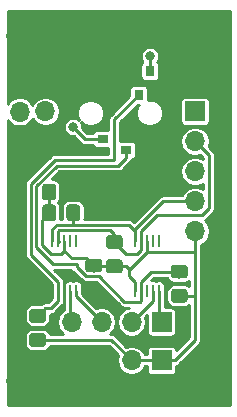
<source format=gbr>
G04 #@! TF.GenerationSoftware,KiCad,Pcbnew,(5.0.2)-1*
G04 #@! TF.CreationDate,2020-09-16T07:35:28+02:00*
G04 #@! TF.ProjectId,TinkerShieldPaddle,54696e6b-6572-4536-9869-656c64506164,rev?*
G04 #@! TF.SameCoordinates,Original*
G04 #@! TF.FileFunction,Copper,L1,Top*
G04 #@! TF.FilePolarity,Positive*
%FSLAX46Y46*%
G04 Gerber Fmt 4.6, Leading zero omitted, Abs format (unit mm)*
G04 Created by KiCad (PCBNEW (5.0.2)-1) date 16.09.2020 07:35:28*
%MOMM*%
%LPD*%
G01*
G04 APERTURE LIST*
G04 #@! TA.AperFunction,Conductor*
%ADD10C,0.100000*%
G04 #@! TD*
G04 #@! TA.AperFunction,SMDPad,CuDef*
%ADD11C,1.150000*%
G04 #@! TD*
G04 #@! TA.AperFunction,ComponentPad*
%ADD12R,1.700000X1.700000*%
G04 #@! TD*
G04 #@! TA.AperFunction,ComponentPad*
%ADD13O,1.700000X1.700000*%
G04 #@! TD*
G04 #@! TA.AperFunction,SMDPad,CuDef*
%ADD14R,0.250000X1.100000*%
G04 #@! TD*
G04 #@! TA.AperFunction,SMDPad,CuDef*
%ADD15R,0.800000X0.900000*%
G04 #@! TD*
G04 #@! TA.AperFunction,SMDPad,CuDef*
%ADD16R,0.900000X0.800000*%
G04 #@! TD*
G04 #@! TA.AperFunction,ComponentPad*
%ADD17C,4.400000*%
G04 #@! TD*
G04 #@! TA.AperFunction,ViaPad*
%ADD18C,0.800000*%
G04 #@! TD*
G04 #@! TA.AperFunction,Conductor*
%ADD19C,0.250000*%
G04 #@! TD*
G04 #@! TA.AperFunction,Conductor*
%ADD20C,0.254000*%
G04 #@! TD*
G04 APERTURE END LIST*
D10*
G04 #@! TO.N,Net-(Q1-Pad1)*
G04 #@! TO.C,R1*
G36*
X153724505Y-143651204D02*
X153748773Y-143654804D01*
X153772572Y-143660765D01*
X153795671Y-143669030D01*
X153817850Y-143679520D01*
X153838893Y-143692132D01*
X153858599Y-143706747D01*
X153876777Y-143723223D01*
X153893253Y-143741401D01*
X153907868Y-143761107D01*
X153920480Y-143782150D01*
X153930970Y-143804329D01*
X153939235Y-143827428D01*
X153945196Y-143851227D01*
X153948796Y-143875495D01*
X153950000Y-143899999D01*
X153950000Y-144550001D01*
X153948796Y-144574505D01*
X153945196Y-144598773D01*
X153939235Y-144622572D01*
X153930970Y-144645671D01*
X153920480Y-144667850D01*
X153907868Y-144688893D01*
X153893253Y-144708599D01*
X153876777Y-144726777D01*
X153858599Y-144743253D01*
X153838893Y-144757868D01*
X153817850Y-144770480D01*
X153795671Y-144780970D01*
X153772572Y-144789235D01*
X153748773Y-144795196D01*
X153724505Y-144798796D01*
X153700001Y-144800000D01*
X152799999Y-144800000D01*
X152775495Y-144798796D01*
X152751227Y-144795196D01*
X152727428Y-144789235D01*
X152704329Y-144780970D01*
X152682150Y-144770480D01*
X152661107Y-144757868D01*
X152641401Y-144743253D01*
X152623223Y-144726777D01*
X152606747Y-144708599D01*
X152592132Y-144688893D01*
X152579520Y-144667850D01*
X152569030Y-144645671D01*
X152560765Y-144622572D01*
X152554804Y-144598773D01*
X152551204Y-144574505D01*
X152550000Y-144550001D01*
X152550000Y-143899999D01*
X152551204Y-143875495D01*
X152554804Y-143851227D01*
X152560765Y-143827428D01*
X152569030Y-143804329D01*
X152579520Y-143782150D01*
X152592132Y-143761107D01*
X152606747Y-143741401D01*
X152623223Y-143723223D01*
X152641401Y-143706747D01*
X152661107Y-143692132D01*
X152682150Y-143679520D01*
X152704329Y-143669030D01*
X152727428Y-143660765D01*
X152751227Y-143654804D01*
X152775495Y-143651204D01*
X152799999Y-143650000D01*
X153700001Y-143650000D01*
X153724505Y-143651204D01*
X153724505Y-143651204D01*
G37*
D11*
G04 #@! TD*
G04 #@! TO.P,R1,2*
G04 #@! TO.N,Net-(Q1-Pad1)*
X153250000Y-144225000D03*
D10*
G04 #@! TO.N,Net-(C1-Pad2)*
G04 #@! TO.C,R1*
G36*
X153724505Y-145701204D02*
X153748773Y-145704804D01*
X153772572Y-145710765D01*
X153795671Y-145719030D01*
X153817850Y-145729520D01*
X153838893Y-145742132D01*
X153858599Y-145756747D01*
X153876777Y-145773223D01*
X153893253Y-145791401D01*
X153907868Y-145811107D01*
X153920480Y-145832150D01*
X153930970Y-145854329D01*
X153939235Y-145877428D01*
X153945196Y-145901227D01*
X153948796Y-145925495D01*
X153950000Y-145949999D01*
X153950000Y-146600001D01*
X153948796Y-146624505D01*
X153945196Y-146648773D01*
X153939235Y-146672572D01*
X153930970Y-146695671D01*
X153920480Y-146717850D01*
X153907868Y-146738893D01*
X153893253Y-146758599D01*
X153876777Y-146776777D01*
X153858599Y-146793253D01*
X153838893Y-146807868D01*
X153817850Y-146820480D01*
X153795671Y-146830970D01*
X153772572Y-146839235D01*
X153748773Y-146845196D01*
X153724505Y-146848796D01*
X153700001Y-146850000D01*
X152799999Y-146850000D01*
X152775495Y-146848796D01*
X152751227Y-146845196D01*
X152727428Y-146839235D01*
X152704329Y-146830970D01*
X152682150Y-146820480D01*
X152661107Y-146807868D01*
X152641401Y-146793253D01*
X152623223Y-146776777D01*
X152606747Y-146758599D01*
X152592132Y-146738893D01*
X152579520Y-146717850D01*
X152569030Y-146695671D01*
X152560765Y-146672572D01*
X152554804Y-146648773D01*
X152551204Y-146624505D01*
X152550000Y-146600001D01*
X152550000Y-145949999D01*
X152551204Y-145925495D01*
X152554804Y-145901227D01*
X152560765Y-145877428D01*
X152569030Y-145854329D01*
X152579520Y-145832150D01*
X152592132Y-145811107D01*
X152606747Y-145791401D01*
X152623223Y-145773223D01*
X152641401Y-145756747D01*
X152661107Y-145742132D01*
X152682150Y-145729520D01*
X152704329Y-145719030D01*
X152727428Y-145710765D01*
X152751227Y-145704804D01*
X152775495Y-145701204D01*
X152799999Y-145700000D01*
X153700001Y-145700000D01*
X153724505Y-145701204D01*
X153724505Y-145701204D01*
G37*
D11*
G04 #@! TD*
G04 #@! TO.P,R1,1*
G04 #@! TO.N,Net-(C1-Pad2)*
X153250000Y-146275000D03*
D10*
G04 #@! TO.N,Net-(C1-Pad2)*
G04 #@! TO.C,R3*
G36*
X165724505Y-141951204D02*
X165748773Y-141954804D01*
X165772572Y-141960765D01*
X165795671Y-141969030D01*
X165817850Y-141979520D01*
X165838893Y-141992132D01*
X165858599Y-142006747D01*
X165876777Y-142023223D01*
X165893253Y-142041401D01*
X165907868Y-142061107D01*
X165920480Y-142082150D01*
X165930970Y-142104329D01*
X165939235Y-142127428D01*
X165945196Y-142151227D01*
X165948796Y-142175495D01*
X165950000Y-142199999D01*
X165950000Y-142850001D01*
X165948796Y-142874505D01*
X165945196Y-142898773D01*
X165939235Y-142922572D01*
X165930970Y-142945671D01*
X165920480Y-142967850D01*
X165907868Y-142988893D01*
X165893253Y-143008599D01*
X165876777Y-143026777D01*
X165858599Y-143043253D01*
X165838893Y-143057868D01*
X165817850Y-143070480D01*
X165795671Y-143080970D01*
X165772572Y-143089235D01*
X165748773Y-143095196D01*
X165724505Y-143098796D01*
X165700001Y-143100000D01*
X164799999Y-143100000D01*
X164775495Y-143098796D01*
X164751227Y-143095196D01*
X164727428Y-143089235D01*
X164704329Y-143080970D01*
X164682150Y-143070480D01*
X164661107Y-143057868D01*
X164641401Y-143043253D01*
X164623223Y-143026777D01*
X164606747Y-143008599D01*
X164592132Y-142988893D01*
X164579520Y-142967850D01*
X164569030Y-142945671D01*
X164560765Y-142922572D01*
X164554804Y-142898773D01*
X164551204Y-142874505D01*
X164550000Y-142850001D01*
X164550000Y-142199999D01*
X164551204Y-142175495D01*
X164554804Y-142151227D01*
X164560765Y-142127428D01*
X164569030Y-142104329D01*
X164579520Y-142082150D01*
X164592132Y-142061107D01*
X164606747Y-142041401D01*
X164623223Y-142023223D01*
X164641401Y-142006747D01*
X164661107Y-141992132D01*
X164682150Y-141979520D01*
X164704329Y-141969030D01*
X164727428Y-141960765D01*
X164751227Y-141954804D01*
X164775495Y-141951204D01*
X164799999Y-141950000D01*
X165700001Y-141950000D01*
X165724505Y-141951204D01*
X165724505Y-141951204D01*
G37*
D11*
G04 #@! TD*
G04 #@! TO.P,R3,1*
G04 #@! TO.N,Net-(C1-Pad2)*
X165250000Y-142525000D03*
D10*
G04 #@! TO.N,Net-(Q2-Pad1)*
G04 #@! TO.C,R3*
G36*
X165724505Y-139901204D02*
X165748773Y-139904804D01*
X165772572Y-139910765D01*
X165795671Y-139919030D01*
X165817850Y-139929520D01*
X165838893Y-139942132D01*
X165858599Y-139956747D01*
X165876777Y-139973223D01*
X165893253Y-139991401D01*
X165907868Y-140011107D01*
X165920480Y-140032150D01*
X165930970Y-140054329D01*
X165939235Y-140077428D01*
X165945196Y-140101227D01*
X165948796Y-140125495D01*
X165950000Y-140149999D01*
X165950000Y-140800001D01*
X165948796Y-140824505D01*
X165945196Y-140848773D01*
X165939235Y-140872572D01*
X165930970Y-140895671D01*
X165920480Y-140917850D01*
X165907868Y-140938893D01*
X165893253Y-140958599D01*
X165876777Y-140976777D01*
X165858599Y-140993253D01*
X165838893Y-141007868D01*
X165817850Y-141020480D01*
X165795671Y-141030970D01*
X165772572Y-141039235D01*
X165748773Y-141045196D01*
X165724505Y-141048796D01*
X165700001Y-141050000D01*
X164799999Y-141050000D01*
X164775495Y-141048796D01*
X164751227Y-141045196D01*
X164727428Y-141039235D01*
X164704329Y-141030970D01*
X164682150Y-141020480D01*
X164661107Y-141007868D01*
X164641401Y-140993253D01*
X164623223Y-140976777D01*
X164606747Y-140958599D01*
X164592132Y-140938893D01*
X164579520Y-140917850D01*
X164569030Y-140895671D01*
X164560765Y-140872572D01*
X164554804Y-140848773D01*
X164551204Y-140824505D01*
X164550000Y-140800001D01*
X164550000Y-140149999D01*
X164551204Y-140125495D01*
X164554804Y-140101227D01*
X164560765Y-140077428D01*
X164569030Y-140054329D01*
X164579520Y-140032150D01*
X164592132Y-140011107D01*
X164606747Y-139991401D01*
X164623223Y-139973223D01*
X164641401Y-139956747D01*
X164661107Y-139942132D01*
X164682150Y-139929520D01*
X164704329Y-139919030D01*
X164727428Y-139910765D01*
X164751227Y-139904804D01*
X164775495Y-139901204D01*
X164799999Y-139900000D01*
X165700001Y-139900000D01*
X165724505Y-139901204D01*
X165724505Y-139901204D01*
G37*
D11*
G04 #@! TD*
G04 #@! TO.P,R3,2*
G04 #@! TO.N,Net-(Q2-Pad1)*
X165250000Y-140475000D03*
D10*
G04 #@! TO.N,GND*
G04 #@! TO.C,C1*
G36*
X158474505Y-141451204D02*
X158498773Y-141454804D01*
X158522572Y-141460765D01*
X158545671Y-141469030D01*
X158567850Y-141479520D01*
X158588893Y-141492132D01*
X158608599Y-141506747D01*
X158626777Y-141523223D01*
X158643253Y-141541401D01*
X158657868Y-141561107D01*
X158670480Y-141582150D01*
X158680970Y-141604329D01*
X158689235Y-141627428D01*
X158695196Y-141651227D01*
X158698796Y-141675495D01*
X158700000Y-141699999D01*
X158700000Y-142350001D01*
X158698796Y-142374505D01*
X158695196Y-142398773D01*
X158689235Y-142422572D01*
X158680970Y-142445671D01*
X158670480Y-142467850D01*
X158657868Y-142488893D01*
X158643253Y-142508599D01*
X158626777Y-142526777D01*
X158608599Y-142543253D01*
X158588893Y-142557868D01*
X158567850Y-142570480D01*
X158545671Y-142580970D01*
X158522572Y-142589235D01*
X158498773Y-142595196D01*
X158474505Y-142598796D01*
X158450001Y-142600000D01*
X157549999Y-142600000D01*
X157525495Y-142598796D01*
X157501227Y-142595196D01*
X157477428Y-142589235D01*
X157454329Y-142580970D01*
X157432150Y-142570480D01*
X157411107Y-142557868D01*
X157391401Y-142543253D01*
X157373223Y-142526777D01*
X157356747Y-142508599D01*
X157342132Y-142488893D01*
X157329520Y-142467850D01*
X157319030Y-142445671D01*
X157310765Y-142422572D01*
X157304804Y-142398773D01*
X157301204Y-142374505D01*
X157300000Y-142350001D01*
X157300000Y-141699999D01*
X157301204Y-141675495D01*
X157304804Y-141651227D01*
X157310765Y-141627428D01*
X157319030Y-141604329D01*
X157329520Y-141582150D01*
X157342132Y-141561107D01*
X157356747Y-141541401D01*
X157373223Y-141523223D01*
X157391401Y-141506747D01*
X157411107Y-141492132D01*
X157432150Y-141479520D01*
X157454329Y-141469030D01*
X157477428Y-141460765D01*
X157501227Y-141454804D01*
X157525495Y-141451204D01*
X157549999Y-141450000D01*
X158450001Y-141450000D01*
X158474505Y-141451204D01*
X158474505Y-141451204D01*
G37*
D11*
G04 #@! TD*
G04 #@! TO.P,C1,1*
G04 #@! TO.N,GND*
X158000000Y-142025000D03*
D10*
G04 #@! TO.N,Net-(C1-Pad2)*
G04 #@! TO.C,C1*
G36*
X158474505Y-139401204D02*
X158498773Y-139404804D01*
X158522572Y-139410765D01*
X158545671Y-139419030D01*
X158567850Y-139429520D01*
X158588893Y-139442132D01*
X158608599Y-139456747D01*
X158626777Y-139473223D01*
X158643253Y-139491401D01*
X158657868Y-139511107D01*
X158670480Y-139532150D01*
X158680970Y-139554329D01*
X158689235Y-139577428D01*
X158695196Y-139601227D01*
X158698796Y-139625495D01*
X158700000Y-139649999D01*
X158700000Y-140300001D01*
X158698796Y-140324505D01*
X158695196Y-140348773D01*
X158689235Y-140372572D01*
X158680970Y-140395671D01*
X158670480Y-140417850D01*
X158657868Y-140438893D01*
X158643253Y-140458599D01*
X158626777Y-140476777D01*
X158608599Y-140493253D01*
X158588893Y-140507868D01*
X158567850Y-140520480D01*
X158545671Y-140530970D01*
X158522572Y-140539235D01*
X158498773Y-140545196D01*
X158474505Y-140548796D01*
X158450001Y-140550000D01*
X157549999Y-140550000D01*
X157525495Y-140548796D01*
X157501227Y-140545196D01*
X157477428Y-140539235D01*
X157454329Y-140530970D01*
X157432150Y-140520480D01*
X157411107Y-140507868D01*
X157391401Y-140493253D01*
X157373223Y-140476777D01*
X157356747Y-140458599D01*
X157342132Y-140438893D01*
X157329520Y-140417850D01*
X157319030Y-140395671D01*
X157310765Y-140372572D01*
X157304804Y-140348773D01*
X157301204Y-140324505D01*
X157300000Y-140300001D01*
X157300000Y-139649999D01*
X157301204Y-139625495D01*
X157304804Y-139601227D01*
X157310765Y-139577428D01*
X157319030Y-139554329D01*
X157329520Y-139532150D01*
X157342132Y-139511107D01*
X157356747Y-139491401D01*
X157373223Y-139473223D01*
X157391401Y-139456747D01*
X157411107Y-139442132D01*
X157432150Y-139429520D01*
X157454329Y-139419030D01*
X157477428Y-139410765D01*
X157501227Y-139404804D01*
X157525495Y-139401204D01*
X157549999Y-139400000D01*
X158450001Y-139400000D01*
X158474505Y-139401204D01*
X158474505Y-139401204D01*
G37*
D11*
G04 #@! TD*
G04 #@! TO.P,C1,2*
G04 #@! TO.N,Net-(C1-Pad2)*
X158000000Y-139975000D03*
D12*
G04 #@! TO.P,J6,1*
G04 #@! TO.N,Net-(C1-Pad2)*
X163750000Y-148000000D03*
D13*
G04 #@! TO.P,J6,2*
X161210000Y-148000000D03*
G04 #@! TO.P,J6,3*
G04 #@! TO.N,GND*
X158670000Y-148000000D03*
G04 #@! TO.P,J6,4*
X156130000Y-148000000D03*
G04 #@! TD*
D12*
G04 #@! TO.P,J2,1*
G04 #@! TO.N,Net-(C3-Pad2)*
X166585000Y-126920000D03*
D13*
G04 #@! TO.P,J2,2*
G04 #@! TO.N,Net-(J2-Pad2)*
X166585000Y-129460000D03*
G04 #@! TO.P,J2,3*
G04 #@! TO.N,Net-(J2-Pad3)*
X166585000Y-132000000D03*
G04 #@! TO.P,J2,4*
G04 #@! TO.N,Net-(J2-Pad4)*
X166585000Y-134540000D03*
G04 #@! TO.P,J2,5*
G04 #@! TO.N,Net-(C1-Pad2)*
X166585000Y-137080000D03*
G04 #@! TD*
D10*
G04 #@! TO.N,GND*
G04 #@! TO.C,C4*
G36*
X156624505Y-133051204D02*
X156648773Y-133054804D01*
X156672572Y-133060765D01*
X156695671Y-133069030D01*
X156717850Y-133079520D01*
X156738893Y-133092132D01*
X156758599Y-133106747D01*
X156776777Y-133123223D01*
X156793253Y-133141401D01*
X156807868Y-133161107D01*
X156820480Y-133182150D01*
X156830970Y-133204329D01*
X156839235Y-133227428D01*
X156845196Y-133251227D01*
X156848796Y-133275495D01*
X156850000Y-133299999D01*
X156850000Y-134200001D01*
X156848796Y-134224505D01*
X156845196Y-134248773D01*
X156839235Y-134272572D01*
X156830970Y-134295671D01*
X156820480Y-134317850D01*
X156807868Y-134338893D01*
X156793253Y-134358599D01*
X156776777Y-134376777D01*
X156758599Y-134393253D01*
X156738893Y-134407868D01*
X156717850Y-134420480D01*
X156695671Y-134430970D01*
X156672572Y-134439235D01*
X156648773Y-134445196D01*
X156624505Y-134448796D01*
X156600001Y-134450000D01*
X155949999Y-134450000D01*
X155925495Y-134448796D01*
X155901227Y-134445196D01*
X155877428Y-134439235D01*
X155854329Y-134430970D01*
X155832150Y-134420480D01*
X155811107Y-134407868D01*
X155791401Y-134393253D01*
X155773223Y-134376777D01*
X155756747Y-134358599D01*
X155742132Y-134338893D01*
X155729520Y-134317850D01*
X155719030Y-134295671D01*
X155710765Y-134272572D01*
X155704804Y-134248773D01*
X155701204Y-134224505D01*
X155700000Y-134200001D01*
X155700000Y-133299999D01*
X155701204Y-133275495D01*
X155704804Y-133251227D01*
X155710765Y-133227428D01*
X155719030Y-133204329D01*
X155729520Y-133182150D01*
X155742132Y-133161107D01*
X155756747Y-133141401D01*
X155773223Y-133123223D01*
X155791401Y-133106747D01*
X155811107Y-133092132D01*
X155832150Y-133079520D01*
X155854329Y-133069030D01*
X155877428Y-133060765D01*
X155901227Y-133054804D01*
X155925495Y-133051204D01*
X155949999Y-133050000D01*
X156600001Y-133050000D01*
X156624505Y-133051204D01*
X156624505Y-133051204D01*
G37*
D11*
G04 #@! TD*
G04 #@! TO.P,C4,1*
G04 #@! TO.N,GND*
X156275000Y-133750000D03*
D10*
G04 #@! TO.N,Net-(C1-Pad2)*
G04 #@! TO.C,C4*
G36*
X154574505Y-133051204D02*
X154598773Y-133054804D01*
X154622572Y-133060765D01*
X154645671Y-133069030D01*
X154667850Y-133079520D01*
X154688893Y-133092132D01*
X154708599Y-133106747D01*
X154726777Y-133123223D01*
X154743253Y-133141401D01*
X154757868Y-133161107D01*
X154770480Y-133182150D01*
X154780970Y-133204329D01*
X154789235Y-133227428D01*
X154795196Y-133251227D01*
X154798796Y-133275495D01*
X154800000Y-133299999D01*
X154800000Y-134200001D01*
X154798796Y-134224505D01*
X154795196Y-134248773D01*
X154789235Y-134272572D01*
X154780970Y-134295671D01*
X154770480Y-134317850D01*
X154757868Y-134338893D01*
X154743253Y-134358599D01*
X154726777Y-134376777D01*
X154708599Y-134393253D01*
X154688893Y-134407868D01*
X154667850Y-134420480D01*
X154645671Y-134430970D01*
X154622572Y-134439235D01*
X154598773Y-134445196D01*
X154574505Y-134448796D01*
X154550001Y-134450000D01*
X153899999Y-134450000D01*
X153875495Y-134448796D01*
X153851227Y-134445196D01*
X153827428Y-134439235D01*
X153804329Y-134430970D01*
X153782150Y-134420480D01*
X153761107Y-134407868D01*
X153741401Y-134393253D01*
X153723223Y-134376777D01*
X153706747Y-134358599D01*
X153692132Y-134338893D01*
X153679520Y-134317850D01*
X153669030Y-134295671D01*
X153660765Y-134272572D01*
X153654804Y-134248773D01*
X153651204Y-134224505D01*
X153650000Y-134200001D01*
X153650000Y-133299999D01*
X153651204Y-133275495D01*
X153654804Y-133251227D01*
X153660765Y-133227428D01*
X153669030Y-133204329D01*
X153679520Y-133182150D01*
X153692132Y-133161107D01*
X153706747Y-133141401D01*
X153723223Y-133123223D01*
X153741401Y-133106747D01*
X153761107Y-133092132D01*
X153782150Y-133079520D01*
X153804329Y-133069030D01*
X153827428Y-133060765D01*
X153851227Y-133054804D01*
X153875495Y-133051204D01*
X153899999Y-133050000D01*
X154550001Y-133050000D01*
X154574505Y-133051204D01*
X154574505Y-133051204D01*
G37*
D11*
G04 #@! TD*
G04 #@! TO.P,C4,2*
G04 #@! TO.N,Net-(C1-Pad2)*
X154225000Y-133750000D03*
D12*
G04 #@! TO.P,J5,1*
G04 #@! TO.N,Net-(J5-Pad1)*
X163750000Y-144750000D03*
D13*
G04 #@! TO.P,J5,2*
G04 #@! TO.N,Net-(J5-Pad2)*
X161210000Y-144750000D03*
G04 #@! TO.P,J5,3*
G04 #@! TO.N,Net-(J5-Pad3)*
X158670000Y-144750000D03*
G04 #@! TO.P,J5,4*
G04 #@! TO.N,Net-(J5-Pad4)*
X156130000Y-144750000D03*
G04 #@! TD*
D12*
G04 #@! TO.P,J1,1*
G04 #@! TO.N,GND*
X151750000Y-129500000D03*
D13*
G04 #@! TO.P,J1,2*
G04 #@! TO.N,Net-(C2-Pad2)*
X151750000Y-126960000D03*
G04 #@! TD*
D12*
G04 #@! TO.P,J4,1*
G04 #@! TO.N,GND*
X153915000Y-129460000D03*
D13*
G04 #@! TO.P,J4,2*
G04 #@! TO.N,Net-(C2-Pad2)*
X153915000Y-126920000D03*
G04 #@! TD*
D14*
G04 #@! TO.P,U1,10*
G04 #@! TO.N,Net-(J2-Pad4)*
X154500000Y-137850000D03*
G04 #@! TO.P,U1,9*
G04 #@! TO.N,Net-(J2-Pad2)*
X155000000Y-137850000D03*
G04 #@! TO.P,U1,8*
G04 #@! TO.N,Net-(C1-Pad2)*
X155500000Y-137850000D03*
G04 #@! TO.P,U1,7*
G04 #@! TO.N,Net-(U1-Pad7)*
X156000000Y-137850000D03*
G04 #@! TO.P,U1,6*
G04 #@! TO.N,Net-(U1-Pad6)*
X156500000Y-137850000D03*
G04 #@! TO.P,U1,5*
G04 #@! TO.N,Net-(J5-Pad3)*
X156500000Y-142150000D03*
G04 #@! TO.P,U1,4*
G04 #@! TO.N,Net-(J5-Pad4)*
X156000000Y-142150000D03*
G04 #@! TO.P,U1,3*
G04 #@! TO.N,GND*
X155500000Y-142150000D03*
G04 #@! TO.P,U1,2*
G04 #@! TO.N,Net-(Q1-Pad1)*
X155000000Y-142150000D03*
G04 #@! TO.P,U1,1*
G04 #@! TO.N,GND*
X154500000Y-142150000D03*
G04 #@! TD*
G04 #@! TO.P,U3,1*
G04 #@! TO.N,Net-(C1-Pad2)*
X161500000Y-142150000D03*
G04 #@! TO.P,U3,2*
G04 #@! TO.N,Net-(Q2-Pad1)*
X162000000Y-142150000D03*
G04 #@! TO.P,U3,3*
G04 #@! TO.N,GND*
X162500000Y-142150000D03*
G04 #@! TO.P,U3,4*
G04 #@! TO.N,Net-(J5-Pad2)*
X163000000Y-142150000D03*
G04 #@! TO.P,U3,5*
G04 #@! TO.N,Net-(J5-Pad1)*
X163500000Y-142150000D03*
G04 #@! TO.P,U3,6*
G04 #@! TO.N,Net-(U3-Pad6)*
X163500000Y-137850000D03*
G04 #@! TO.P,U3,7*
G04 #@! TO.N,Net-(U3-Pad7)*
X163000000Y-137850000D03*
G04 #@! TO.P,U3,8*
G04 #@! TO.N,Net-(C1-Pad2)*
X162500000Y-137850000D03*
G04 #@! TO.P,U3,9*
G04 #@! TO.N,Net-(J2-Pad2)*
X162000000Y-137850000D03*
G04 #@! TO.P,U3,10*
G04 #@! TO.N,Net-(J2-Pad4)*
X161500000Y-137850000D03*
G04 #@! TD*
D15*
G04 #@! TO.P,Q1,3*
G04 #@! TO.N,Net-(J3-Pad2)*
X162750000Y-123500000D03*
G04 #@! TO.P,Q1,2*
G04 #@! TO.N,GND*
X163700000Y-125500000D03*
G04 #@! TO.P,Q1,1*
G04 #@! TO.N,Net-(Q1-Pad1)*
X161800000Y-125500000D03*
G04 #@! TD*
D16*
G04 #@! TO.P,Q2,1*
G04 #@! TO.N,Net-(Q2-Pad1)*
X160750000Y-130200000D03*
G04 #@! TO.P,Q2,2*
G04 #@! TO.N,GND*
X160750000Y-128300000D03*
G04 #@! TO.P,Q2,3*
G04 #@! TO.N,Net-(J3-Pad1)*
X158750000Y-129250000D03*
G04 #@! TD*
D10*
G04 #@! TO.N,Net-(C1-Pad2)*
G04 #@! TO.C,R5*
G36*
X160224505Y-139451204D02*
X160248773Y-139454804D01*
X160272572Y-139460765D01*
X160295671Y-139469030D01*
X160317850Y-139479520D01*
X160338893Y-139492132D01*
X160358599Y-139506747D01*
X160376777Y-139523223D01*
X160393253Y-139541401D01*
X160407868Y-139561107D01*
X160420480Y-139582150D01*
X160430970Y-139604329D01*
X160439235Y-139627428D01*
X160445196Y-139651227D01*
X160448796Y-139675495D01*
X160450000Y-139699999D01*
X160450000Y-140350001D01*
X160448796Y-140374505D01*
X160445196Y-140398773D01*
X160439235Y-140422572D01*
X160430970Y-140445671D01*
X160420480Y-140467850D01*
X160407868Y-140488893D01*
X160393253Y-140508599D01*
X160376777Y-140526777D01*
X160358599Y-140543253D01*
X160338893Y-140557868D01*
X160317850Y-140570480D01*
X160295671Y-140580970D01*
X160272572Y-140589235D01*
X160248773Y-140595196D01*
X160224505Y-140598796D01*
X160200001Y-140600000D01*
X159299999Y-140600000D01*
X159275495Y-140598796D01*
X159251227Y-140595196D01*
X159227428Y-140589235D01*
X159204329Y-140580970D01*
X159182150Y-140570480D01*
X159161107Y-140557868D01*
X159141401Y-140543253D01*
X159123223Y-140526777D01*
X159106747Y-140508599D01*
X159092132Y-140488893D01*
X159079520Y-140467850D01*
X159069030Y-140445671D01*
X159060765Y-140422572D01*
X159054804Y-140398773D01*
X159051204Y-140374505D01*
X159050000Y-140350001D01*
X159050000Y-139699999D01*
X159051204Y-139675495D01*
X159054804Y-139651227D01*
X159060765Y-139627428D01*
X159069030Y-139604329D01*
X159079520Y-139582150D01*
X159092132Y-139561107D01*
X159106747Y-139541401D01*
X159123223Y-139523223D01*
X159141401Y-139506747D01*
X159161107Y-139492132D01*
X159182150Y-139479520D01*
X159204329Y-139469030D01*
X159227428Y-139460765D01*
X159251227Y-139454804D01*
X159275495Y-139451204D01*
X159299999Y-139450000D01*
X160200001Y-139450000D01*
X160224505Y-139451204D01*
X160224505Y-139451204D01*
G37*
D11*
G04 #@! TD*
G04 #@! TO.P,R5,2*
G04 #@! TO.N,Net-(C1-Pad2)*
X159750000Y-140025000D03*
D10*
G04 #@! TO.N,Net-(J2-Pad2)*
G04 #@! TO.C,R5*
G36*
X160224505Y-137401204D02*
X160248773Y-137404804D01*
X160272572Y-137410765D01*
X160295671Y-137419030D01*
X160317850Y-137429520D01*
X160338893Y-137442132D01*
X160358599Y-137456747D01*
X160376777Y-137473223D01*
X160393253Y-137491401D01*
X160407868Y-137511107D01*
X160420480Y-137532150D01*
X160430970Y-137554329D01*
X160439235Y-137577428D01*
X160445196Y-137601227D01*
X160448796Y-137625495D01*
X160450000Y-137649999D01*
X160450000Y-138300001D01*
X160448796Y-138324505D01*
X160445196Y-138348773D01*
X160439235Y-138372572D01*
X160430970Y-138395671D01*
X160420480Y-138417850D01*
X160407868Y-138438893D01*
X160393253Y-138458599D01*
X160376777Y-138476777D01*
X160358599Y-138493253D01*
X160338893Y-138507868D01*
X160317850Y-138520480D01*
X160295671Y-138530970D01*
X160272572Y-138539235D01*
X160248773Y-138545196D01*
X160224505Y-138548796D01*
X160200001Y-138550000D01*
X159299999Y-138550000D01*
X159275495Y-138548796D01*
X159251227Y-138545196D01*
X159227428Y-138539235D01*
X159204329Y-138530970D01*
X159182150Y-138520480D01*
X159161107Y-138507868D01*
X159141401Y-138493253D01*
X159123223Y-138476777D01*
X159106747Y-138458599D01*
X159092132Y-138438893D01*
X159079520Y-138417850D01*
X159069030Y-138395671D01*
X159060765Y-138372572D01*
X159054804Y-138348773D01*
X159051204Y-138324505D01*
X159050000Y-138300001D01*
X159050000Y-137649999D01*
X159051204Y-137625495D01*
X159054804Y-137601227D01*
X159060765Y-137577428D01*
X159069030Y-137554329D01*
X159079520Y-137532150D01*
X159092132Y-137511107D01*
X159106747Y-137491401D01*
X159123223Y-137473223D01*
X159141401Y-137456747D01*
X159161107Y-137442132D01*
X159182150Y-137429520D01*
X159204329Y-137419030D01*
X159227428Y-137410765D01*
X159251227Y-137404804D01*
X159275495Y-137401204D01*
X159299999Y-137400000D01*
X160200001Y-137400000D01*
X160224505Y-137401204D01*
X160224505Y-137401204D01*
G37*
D11*
G04 #@! TD*
G04 #@! TO.P,R5,1*
G04 #@! TO.N,Net-(J2-Pad2)*
X159750000Y-137975000D03*
D10*
G04 #@! TO.N,Net-(J2-Pad4)*
G04 #@! TO.C,R6*
G36*
X156624505Y-134801204D02*
X156648773Y-134804804D01*
X156672572Y-134810765D01*
X156695671Y-134819030D01*
X156717850Y-134829520D01*
X156738893Y-134842132D01*
X156758599Y-134856747D01*
X156776777Y-134873223D01*
X156793253Y-134891401D01*
X156807868Y-134911107D01*
X156820480Y-134932150D01*
X156830970Y-134954329D01*
X156839235Y-134977428D01*
X156845196Y-135001227D01*
X156848796Y-135025495D01*
X156850000Y-135049999D01*
X156850000Y-135950001D01*
X156848796Y-135974505D01*
X156845196Y-135998773D01*
X156839235Y-136022572D01*
X156830970Y-136045671D01*
X156820480Y-136067850D01*
X156807868Y-136088893D01*
X156793253Y-136108599D01*
X156776777Y-136126777D01*
X156758599Y-136143253D01*
X156738893Y-136157868D01*
X156717850Y-136170480D01*
X156695671Y-136180970D01*
X156672572Y-136189235D01*
X156648773Y-136195196D01*
X156624505Y-136198796D01*
X156600001Y-136200000D01*
X155949999Y-136200000D01*
X155925495Y-136198796D01*
X155901227Y-136195196D01*
X155877428Y-136189235D01*
X155854329Y-136180970D01*
X155832150Y-136170480D01*
X155811107Y-136157868D01*
X155791401Y-136143253D01*
X155773223Y-136126777D01*
X155756747Y-136108599D01*
X155742132Y-136088893D01*
X155729520Y-136067850D01*
X155719030Y-136045671D01*
X155710765Y-136022572D01*
X155704804Y-135998773D01*
X155701204Y-135974505D01*
X155700000Y-135950001D01*
X155700000Y-135049999D01*
X155701204Y-135025495D01*
X155704804Y-135001227D01*
X155710765Y-134977428D01*
X155719030Y-134954329D01*
X155729520Y-134932150D01*
X155742132Y-134911107D01*
X155756747Y-134891401D01*
X155773223Y-134873223D01*
X155791401Y-134856747D01*
X155811107Y-134842132D01*
X155832150Y-134829520D01*
X155854329Y-134819030D01*
X155877428Y-134810765D01*
X155901227Y-134804804D01*
X155925495Y-134801204D01*
X155949999Y-134800000D01*
X156600001Y-134800000D01*
X156624505Y-134801204D01*
X156624505Y-134801204D01*
G37*
D11*
G04 #@! TD*
G04 #@! TO.P,R6,1*
G04 #@! TO.N,Net-(J2-Pad4)*
X156275000Y-135500000D03*
D10*
G04 #@! TO.N,Net-(C1-Pad2)*
G04 #@! TO.C,R6*
G36*
X154574505Y-134801204D02*
X154598773Y-134804804D01*
X154622572Y-134810765D01*
X154645671Y-134819030D01*
X154667850Y-134829520D01*
X154688893Y-134842132D01*
X154708599Y-134856747D01*
X154726777Y-134873223D01*
X154743253Y-134891401D01*
X154757868Y-134911107D01*
X154770480Y-134932150D01*
X154780970Y-134954329D01*
X154789235Y-134977428D01*
X154795196Y-135001227D01*
X154798796Y-135025495D01*
X154800000Y-135049999D01*
X154800000Y-135950001D01*
X154798796Y-135974505D01*
X154795196Y-135998773D01*
X154789235Y-136022572D01*
X154780970Y-136045671D01*
X154770480Y-136067850D01*
X154757868Y-136088893D01*
X154743253Y-136108599D01*
X154726777Y-136126777D01*
X154708599Y-136143253D01*
X154688893Y-136157868D01*
X154667850Y-136170480D01*
X154645671Y-136180970D01*
X154622572Y-136189235D01*
X154598773Y-136195196D01*
X154574505Y-136198796D01*
X154550001Y-136200000D01*
X153899999Y-136200000D01*
X153875495Y-136198796D01*
X153851227Y-136195196D01*
X153827428Y-136189235D01*
X153804329Y-136180970D01*
X153782150Y-136170480D01*
X153761107Y-136157868D01*
X153741401Y-136143253D01*
X153723223Y-136126777D01*
X153706747Y-136108599D01*
X153692132Y-136088893D01*
X153679520Y-136067850D01*
X153669030Y-136045671D01*
X153660765Y-136022572D01*
X153654804Y-135998773D01*
X153651204Y-135974505D01*
X153650000Y-135950001D01*
X153650000Y-135049999D01*
X153651204Y-135025495D01*
X153654804Y-135001227D01*
X153660765Y-134977428D01*
X153669030Y-134954329D01*
X153679520Y-134932150D01*
X153692132Y-134911107D01*
X153706747Y-134891401D01*
X153723223Y-134873223D01*
X153741401Y-134856747D01*
X153761107Y-134842132D01*
X153782150Y-134829520D01*
X153804329Y-134819030D01*
X153827428Y-134810765D01*
X153851227Y-134804804D01*
X153875495Y-134801204D01*
X153899999Y-134800000D01*
X154550001Y-134800000D01*
X154574505Y-134801204D01*
X154574505Y-134801204D01*
G37*
D11*
G04 #@! TD*
G04 #@! TO.P,R6,2*
G04 #@! TO.N,Net-(C1-Pad2)*
X154225000Y-135500000D03*
D17*
G04 #@! TO.P,REF\002A\002A,1*
G04 #@! TO.N,GND*
X152750000Y-120500000D03*
G04 #@! TD*
G04 #@! TO.P,REF\002A\002A,1*
G04 #@! TO.N,GND*
X167500000Y-120500000D03*
G04 #@! TD*
G04 #@! TO.P,REF\002A\002A,1*
G04 #@! TO.N,GND*
X167500000Y-149750000D03*
G04 #@! TD*
G04 #@! TO.P,REF\002A\002A,1*
G04 #@! TO.N,GND*
X152750000Y-149750000D03*
G04 #@! TD*
D18*
G04 #@! TO.N,Net-(J3-Pad1)*
X156250000Y-128250000D03*
G04 #@! TO.N,Net-(J3-Pad2)*
X162750000Y-122250000D03*
G04 #@! TD*
D19*
G04 #@! TO.N,GND*
X155500000Y-141350000D02*
X155750000Y-141100000D01*
X155500000Y-142150000D02*
X155500000Y-141350000D01*
X157376628Y-141401628D02*
X158000000Y-142025000D01*
X157202028Y-141401628D02*
X157376628Y-141401628D01*
X156900400Y-141100000D02*
X157202028Y-141401628D01*
X155750000Y-141100000D02*
X156900400Y-141100000D01*
X151500000Y-143250000D02*
X152600000Y-142150000D01*
X151500000Y-144063190D02*
X151500000Y-143250000D01*
X155500000Y-142150000D02*
X155500000Y-143500000D01*
X155250000Y-143750000D02*
X155250000Y-143813190D01*
X155250000Y-143813190D02*
X153813190Y-145250000D01*
X153813190Y-145250000D02*
X152686810Y-145250000D01*
X152600000Y-142150000D02*
X154500000Y-142150000D01*
X155500000Y-143500000D02*
X155250000Y-143750000D01*
X152686810Y-145250000D02*
X151500000Y-144063190D01*
G04 #@! TO.N,Net-(J5-Pad3)*
X158500000Y-144580000D02*
X158670000Y-144750000D01*
X157820001Y-143900001D02*
X158670000Y-144750000D01*
X156500000Y-142580000D02*
X157820001Y-143900001D01*
X156500000Y-142150000D02*
X156500000Y-142580000D01*
G04 #@! TO.N,Net-(J5-Pad2)*
X163000000Y-142960000D02*
X161210000Y-144750000D01*
X163000000Y-142150000D02*
X163000000Y-142960000D01*
G04 #@! TO.N,Net-(J5-Pad4)*
X156200000Y-144750000D02*
X156130000Y-144750000D01*
X156000000Y-144620000D02*
X156130000Y-144750000D01*
X156000000Y-142150000D02*
X156000000Y-144620000D01*
G04 #@! TO.N,Net-(J3-Pad1)*
X157250000Y-129250000D02*
X156250000Y-128250000D01*
X158750000Y-129250000D02*
X157250000Y-129250000D01*
G04 #@! TO.N,Net-(J3-Pad2)*
X162750000Y-123500000D02*
X162750000Y-122500000D01*
X162750000Y-122500000D02*
X162750000Y-122250000D01*
G04 #@! TO.N,Net-(C1-Pad2)*
X161210000Y-148000000D02*
X163750000Y-148000000D01*
X166585000Y-138282081D02*
X166585000Y-137080000D01*
X164850000Y-148000000D02*
X166585000Y-146265000D01*
X163750000Y-148000000D02*
X164850000Y-148000000D01*
X162500000Y-138786410D02*
X161061410Y-140225000D01*
X162500000Y-137850000D02*
X162500000Y-138786410D01*
X161000000Y-140850000D02*
X161000000Y-140225000D01*
X161500000Y-141350000D02*
X161000000Y-140850000D01*
X161500000Y-142150000D02*
X161500000Y-141350000D01*
X161061410Y-140225000D02*
X161000000Y-140225000D01*
X166548590Y-138786410D02*
X166585000Y-138750000D01*
X162500000Y-138786410D02*
X166548590Y-138786410D01*
X166585000Y-138750000D02*
X166585000Y-138282081D01*
X155500000Y-138650000D02*
X155500000Y-137850000D01*
X155500000Y-138710000D02*
X155500000Y-138650000D01*
X156141628Y-139351628D02*
X155500000Y-138710000D01*
X157376628Y-139351628D02*
X156141628Y-139351628D01*
X158000000Y-139975000D02*
X157376628Y-139351628D01*
X153601628Y-136123372D02*
X154225000Y-135500000D01*
X153601628Y-138211630D02*
X153601628Y-136123372D01*
X154389998Y-139000000D02*
X153601628Y-138211630D01*
X155210000Y-139000000D02*
X154389998Y-139000000D01*
X155500000Y-138710000D02*
X155210000Y-139000000D01*
X154225000Y-133750000D02*
X154225000Y-135500000D01*
X160750000Y-139975000D02*
X161000000Y-140225000D01*
X158000000Y-139975000D02*
X160750000Y-139975000D01*
X166560000Y-142525000D02*
X166585000Y-142500000D01*
X165250000Y-142525000D02*
X166560000Y-142525000D01*
X166585000Y-146265000D02*
X166585000Y-142500000D01*
X166585000Y-142500000D02*
X166585000Y-138750000D01*
X159485000Y-146275000D02*
X153250000Y-146275000D01*
X161210000Y-148000000D02*
X159485000Y-146275000D01*
G04 #@! TO.N,Net-(Q1-Pad1)*
X155000000Y-142950000D02*
X155000000Y-142150000D01*
X154348372Y-143601628D02*
X155000000Y-142950000D01*
X153873372Y-143601628D02*
X154348372Y-143601628D01*
X153250000Y-144225000D02*
X153873372Y-143601628D01*
X161800000Y-125550000D02*
X161800000Y-125500000D01*
X159750000Y-127600000D02*
X161800000Y-125550000D01*
X155000000Y-142150000D02*
X155000000Y-141350000D01*
X155000000Y-141350000D02*
X152701608Y-139051608D01*
X152701608Y-139051608D02*
X152701609Y-133048791D01*
X152701609Y-133048791D02*
X154750400Y-131000000D01*
X154750400Y-131000000D02*
X159750000Y-131000000D01*
X159750000Y-131000000D02*
X159750000Y-127600000D01*
G04 #@! TO.N,Net-(Q2-Pad1)*
X164450000Y-140475000D02*
X165250000Y-140475000D01*
X162875000Y-140475000D02*
X164450000Y-140475000D01*
X162000000Y-141350000D02*
X162875000Y-140475000D01*
X162000000Y-142150000D02*
X162000000Y-141350000D01*
X160100000Y-131500000D02*
X160750000Y-130850000D01*
X160750000Y-130850000D02*
X160750000Y-130200000D01*
X154886810Y-131500000D02*
X160100000Y-131500000D01*
X153151618Y-133235192D02*
X154886810Y-131500000D01*
X156551637Y-139801637D02*
X154551637Y-139801637D01*
X162000000Y-142150000D02*
X162000000Y-142950000D01*
X162000000Y-142950000D02*
X161924999Y-143025001D01*
X161924999Y-143025001D02*
X160588191Y-143025001D01*
X160588191Y-143025001D02*
X158438200Y-140875010D01*
X153151618Y-138401618D02*
X153151618Y-133235192D01*
X156551637Y-140114827D02*
X156551637Y-139801637D01*
X158438200Y-140875010D02*
X157311820Y-140875010D01*
X154551637Y-139801637D02*
X153151618Y-138401618D01*
X157311820Y-140875010D02*
X156551637Y-140114827D01*
G04 #@! TO.N,Net-(J5-Pad1)*
X163250000Y-144250000D02*
X163750000Y-144750000D01*
X163500000Y-144500000D02*
X163750000Y-144750000D01*
X163500000Y-142150000D02*
X163500000Y-144500000D01*
G04 #@! TO.N,Net-(J2-Pad4)*
X154500000Y-137050000D02*
X154500000Y-137850000D01*
X154500000Y-136913590D02*
X154500000Y-137050000D01*
X154888600Y-136524990D02*
X154500000Y-136913590D01*
X161500000Y-137850000D02*
X161500000Y-137050000D01*
X156275000Y-136499990D02*
X156250000Y-136524990D01*
X156275000Y-135500000D02*
X156275000Y-136499990D01*
X160974990Y-136524990D02*
X156250000Y-136524990D01*
X156250000Y-136524990D02*
X154888600Y-136524990D01*
X161450000Y-136963590D02*
X161450000Y-137000000D01*
X163873590Y-134540000D02*
X161450000Y-136963590D01*
X166585000Y-134540000D02*
X163873590Y-134540000D01*
X161500000Y-137050000D02*
X161450000Y-137000000D01*
X161450000Y-137000000D02*
X160974990Y-136524990D01*
G04 #@! TO.N,Net-(J2-Pad2)*
X162000000Y-138650000D02*
X161650000Y-139000000D01*
X162000000Y-137850000D02*
X162000000Y-138650000D01*
X155025000Y-138007802D02*
X155025000Y-137850000D01*
X160775000Y-139000000D02*
X159750000Y-137975000D01*
X161650000Y-139000000D02*
X160775000Y-139000000D01*
X155000000Y-137050000D02*
X155000000Y-137850000D01*
X155075001Y-136974999D02*
X155000000Y-137050000D01*
X159424999Y-136974999D02*
X155075001Y-136974999D01*
X159750000Y-137300000D02*
X159424999Y-136974999D01*
X159750000Y-137975000D02*
X159750000Y-137300000D01*
X167434999Y-130309999D02*
X166585000Y-129460000D01*
X167760001Y-130635001D02*
X167434999Y-130309999D01*
X167760001Y-135104001D02*
X167760001Y-130635001D01*
X167149001Y-135715001D02*
X167760001Y-135104001D01*
X163334999Y-135715001D02*
X167149001Y-135715001D01*
X162000000Y-137050000D02*
X163334999Y-135715001D01*
X162000000Y-137850000D02*
X162000000Y-137050000D01*
G04 #@! TD*
D20*
G04 #@! TO.N,GND*
G36*
X169544001Y-149705091D02*
X169544000Y-151794000D01*
X150706000Y-151794000D01*
X150706000Y-143899999D01*
X152161536Y-143899999D01*
X152161536Y-144550001D01*
X152210136Y-144794330D01*
X152348537Y-145001463D01*
X152555670Y-145139864D01*
X152799999Y-145188464D01*
X153700001Y-145188464D01*
X153944330Y-145139864D01*
X154151463Y-145001463D01*
X154289864Y-144794330D01*
X154338464Y-144550001D01*
X154338464Y-144115570D01*
X154348372Y-144117541D01*
X154398206Y-144107628D01*
X154398207Y-144107628D01*
X154545803Y-144078269D01*
X154713178Y-143966434D01*
X154741410Y-143924181D01*
X155322556Y-143343036D01*
X155364806Y-143314806D01*
X155476641Y-143147431D01*
X155494000Y-143060161D01*
X155494001Y-143694451D01*
X155242499Y-143862499D01*
X154970424Y-144269688D01*
X154874884Y-144750000D01*
X154970424Y-145230312D01*
X155242499Y-145637501D01*
X155439301Y-145769000D01*
X154302461Y-145769000D01*
X154289864Y-145705670D01*
X154151463Y-145498537D01*
X153944330Y-145360136D01*
X153700001Y-145311536D01*
X152799999Y-145311536D01*
X152555670Y-145360136D01*
X152348537Y-145498537D01*
X152210136Y-145705670D01*
X152161536Y-145949999D01*
X152161536Y-146600001D01*
X152210136Y-146844330D01*
X152348537Y-147051463D01*
X152555670Y-147189864D01*
X152799999Y-147238464D01*
X153700001Y-147238464D01*
X153944330Y-147189864D01*
X154151463Y-147051463D01*
X154289864Y-146844330D01*
X154302461Y-146781000D01*
X159275409Y-146781000D01*
X160044397Y-147549988D01*
X159954884Y-148000000D01*
X160050424Y-148480312D01*
X160322499Y-148887501D01*
X160729688Y-149159576D01*
X161088761Y-149231000D01*
X161331239Y-149231000D01*
X161690312Y-149159576D01*
X162097501Y-148887501D01*
X162352412Y-148506000D01*
X162511536Y-148506000D01*
X162511536Y-148850000D01*
X162541106Y-148998659D01*
X162625314Y-149124686D01*
X162751341Y-149208894D01*
X162900000Y-149238464D01*
X164600000Y-149238464D01*
X164748659Y-149208894D01*
X164874686Y-149124686D01*
X164958894Y-148998659D01*
X164988464Y-148850000D01*
X164988464Y-148488370D01*
X165047431Y-148476641D01*
X165214806Y-148364806D01*
X165243038Y-148322553D01*
X166907559Y-146658034D01*
X166949806Y-146629806D01*
X167061641Y-146462431D01*
X167091000Y-146314835D01*
X167091000Y-146314834D01*
X167100913Y-146265000D01*
X167091000Y-146215165D01*
X167091000Y-142549834D01*
X167100913Y-142500001D01*
X167091000Y-142450165D01*
X167091000Y-138799834D01*
X167100913Y-138750000D01*
X167091000Y-138700165D01*
X167091000Y-138222412D01*
X167472501Y-137967501D01*
X167744576Y-137560312D01*
X167840116Y-137080000D01*
X167744576Y-136599688D01*
X167472501Y-136192499D01*
X167408826Y-136149952D01*
X167513807Y-136079807D01*
X167542039Y-136037554D01*
X168082557Y-135497037D01*
X168124807Y-135468807D01*
X168236642Y-135301432D01*
X168266001Y-135153836D01*
X168266001Y-135153835D01*
X168275914Y-135104002D01*
X168266001Y-135054168D01*
X168266001Y-130684834D01*
X168275914Y-130635000D01*
X168253707Y-130523360D01*
X168236642Y-130437570D01*
X168124807Y-130270195D01*
X168082556Y-130241964D01*
X167750603Y-129910011D01*
X167840116Y-129460000D01*
X167744576Y-128979688D01*
X167472501Y-128572499D01*
X167065312Y-128300424D01*
X166706239Y-128229000D01*
X166463761Y-128229000D01*
X166104688Y-128300424D01*
X165697499Y-128572499D01*
X165425424Y-128979688D01*
X165329884Y-129460000D01*
X165425424Y-129940312D01*
X165697499Y-130347501D01*
X166104688Y-130619576D01*
X166463761Y-130691000D01*
X166706239Y-130691000D01*
X167035011Y-130625603D01*
X167112443Y-130703035D01*
X167254002Y-130844593D01*
X167254002Y-130966503D01*
X167065312Y-130840424D01*
X166706239Y-130769000D01*
X166463761Y-130769000D01*
X166104688Y-130840424D01*
X165697499Y-131112499D01*
X165425424Y-131519688D01*
X165329884Y-132000000D01*
X165425424Y-132480312D01*
X165697499Y-132887501D01*
X166104688Y-133159576D01*
X166463761Y-133231000D01*
X166706239Y-133231000D01*
X167065312Y-133159576D01*
X167254001Y-133033498D01*
X167254001Y-133506502D01*
X167065312Y-133380424D01*
X166706239Y-133309000D01*
X166463761Y-133309000D01*
X166104688Y-133380424D01*
X165697499Y-133652499D01*
X165442588Y-134034000D01*
X163923424Y-134034000D01*
X163873590Y-134024087D01*
X163823756Y-134034000D01*
X163823755Y-134034000D01*
X163676159Y-134063359D01*
X163508784Y-134175194D01*
X163480553Y-134217445D01*
X161431795Y-136266204D01*
X161368028Y-136202437D01*
X161339796Y-136160184D01*
X161172421Y-136048349D01*
X161024825Y-136018990D01*
X161024824Y-136018990D01*
X160974990Y-136009077D01*
X160925156Y-136018990D01*
X157224741Y-136018990D01*
X157238464Y-135950001D01*
X157238464Y-135049999D01*
X157189864Y-134805670D01*
X157051463Y-134598537D01*
X156844330Y-134460136D01*
X156600001Y-134411536D01*
X155949999Y-134411536D01*
X155705670Y-134460136D01*
X155498537Y-134598537D01*
X155360136Y-134805670D01*
X155311536Y-135049999D01*
X155311536Y-135950001D01*
X155325259Y-136018990D01*
X155174741Y-136018990D01*
X155188464Y-135950001D01*
X155188464Y-135049999D01*
X155139864Y-134805670D01*
X155019145Y-134625000D01*
X155139864Y-134444330D01*
X155188464Y-134200001D01*
X155188464Y-133299999D01*
X155139864Y-133055670D01*
X155001463Y-132848537D01*
X154794330Y-132710136D01*
X154550001Y-132661536D01*
X154440866Y-132661536D01*
X155096402Y-132006000D01*
X160050166Y-132006000D01*
X160100000Y-132015913D01*
X160149834Y-132006000D01*
X160149835Y-132006000D01*
X160297431Y-131976641D01*
X160464806Y-131864806D01*
X160493038Y-131822553D01*
X161072556Y-131243036D01*
X161114806Y-131214806D01*
X161225035Y-131049835D01*
X161226641Y-131047432D01*
X161239951Y-130980517D01*
X161348659Y-130958894D01*
X161474686Y-130874686D01*
X161558894Y-130748659D01*
X161588464Y-130600000D01*
X161588464Y-129800000D01*
X161558894Y-129651341D01*
X161474686Y-129525314D01*
X161348659Y-129441106D01*
X161200000Y-129411536D01*
X160300000Y-129411536D01*
X160256000Y-129420288D01*
X160256000Y-127809591D01*
X161727128Y-126338464D01*
X161862060Y-126338464D01*
X161791184Y-126409340D01*
X161619000Y-126825030D01*
X161619000Y-127274970D01*
X161791184Y-127690660D01*
X162109340Y-128008816D01*
X162525030Y-128181000D01*
X162974970Y-128181000D01*
X163390660Y-128008816D01*
X163708816Y-127690660D01*
X163881000Y-127274970D01*
X163881000Y-126825030D01*
X163708816Y-126409340D01*
X163390660Y-126091184D01*
X163339518Y-126070000D01*
X165346536Y-126070000D01*
X165346536Y-127770000D01*
X165376106Y-127918659D01*
X165460314Y-128044686D01*
X165586341Y-128128894D01*
X165735000Y-128158464D01*
X167435000Y-128158464D01*
X167583659Y-128128894D01*
X167709686Y-128044686D01*
X167793894Y-127918659D01*
X167823464Y-127770000D01*
X167823464Y-126070000D01*
X167793894Y-125921341D01*
X167709686Y-125795314D01*
X167583659Y-125711106D01*
X167435000Y-125681536D01*
X165735000Y-125681536D01*
X165586341Y-125711106D01*
X165460314Y-125795314D01*
X165376106Y-125921341D01*
X165346536Y-126070000D01*
X163339518Y-126070000D01*
X162974970Y-125919000D01*
X162588464Y-125919000D01*
X162588464Y-125050000D01*
X162558894Y-124901341D01*
X162474686Y-124775314D01*
X162348659Y-124691106D01*
X162200000Y-124661536D01*
X161400000Y-124661536D01*
X161251341Y-124691106D01*
X161125314Y-124775314D01*
X161041106Y-124901341D01*
X161011536Y-125050000D01*
X161011536Y-125622872D01*
X159427445Y-127206963D01*
X159385195Y-127235194D01*
X159274868Y-127400312D01*
X159273360Y-127402569D01*
X159234087Y-127600000D01*
X159244001Y-127649839D01*
X159244001Y-128470288D01*
X159200000Y-128461536D01*
X158300000Y-128461536D01*
X158151341Y-128491106D01*
X158025314Y-128575314D01*
X157941106Y-128701341D01*
X157932621Y-128744000D01*
X157459593Y-128744000D01*
X157031000Y-128315408D01*
X157031000Y-128094649D01*
X156914912Y-127814388D01*
X157109340Y-128008816D01*
X157525030Y-128181000D01*
X157974970Y-128181000D01*
X158390660Y-128008816D01*
X158708816Y-127690660D01*
X158881000Y-127274970D01*
X158881000Y-126825030D01*
X158708816Y-126409340D01*
X158390660Y-126091184D01*
X157974970Y-125919000D01*
X157525030Y-125919000D01*
X157109340Y-126091184D01*
X156791184Y-126409340D01*
X156619000Y-126825030D01*
X156619000Y-127274970D01*
X156788372Y-127683871D01*
X156692401Y-127587900D01*
X156405351Y-127469000D01*
X156094649Y-127469000D01*
X155807599Y-127587900D01*
X155587900Y-127807599D01*
X155469000Y-128094649D01*
X155469000Y-128405351D01*
X155587900Y-128692401D01*
X155807599Y-128912100D01*
X156094649Y-129031000D01*
X156315408Y-129031000D01*
X156856965Y-129572558D01*
X156885194Y-129614806D01*
X156927442Y-129643035D01*
X157052569Y-129726641D01*
X157250000Y-129765913D01*
X157299835Y-129756000D01*
X157932621Y-129756000D01*
X157941106Y-129798659D01*
X158025314Y-129924686D01*
X158151341Y-130008894D01*
X158300000Y-130038464D01*
X159200000Y-130038464D01*
X159244000Y-130029712D01*
X159244000Y-130494000D01*
X154800233Y-130494000D01*
X154750399Y-130484087D01*
X154700565Y-130494000D01*
X154552969Y-130523359D01*
X154385594Y-130635194D01*
X154357363Y-130677445D01*
X152379054Y-132655754D01*
X152336804Y-132683985D01*
X152226855Y-132848537D01*
X152224969Y-132851360D01*
X152185696Y-133048791D01*
X152195610Y-133098630D01*
X152195608Y-139001774D01*
X152185695Y-139051608D01*
X152195608Y-139101442D01*
X152224967Y-139249038D01*
X152336802Y-139416413D01*
X152379052Y-139444644D01*
X154494001Y-141559593D01*
X154494001Y-141562472D01*
X154486536Y-141600000D01*
X154486536Y-142700000D01*
X154494000Y-142737526D01*
X154494000Y-142740408D01*
X154138781Y-143095628D01*
X153923205Y-143095628D01*
X153873371Y-143085715D01*
X153823537Y-143095628D01*
X153675941Y-143124987D01*
X153508566Y-143236822D01*
X153492053Y-143261536D01*
X152799999Y-143261536D01*
X152555670Y-143310136D01*
X152348537Y-143448537D01*
X152210136Y-143655670D01*
X152161536Y-143899999D01*
X150706000Y-143899999D01*
X150706000Y-127613284D01*
X150862499Y-127847501D01*
X151269688Y-128119576D01*
X151628761Y-128191000D01*
X151871239Y-128191000D01*
X152230312Y-128119576D01*
X152637501Y-127847501D01*
X152845864Y-127535664D01*
X153027499Y-127807501D01*
X153434688Y-128079576D01*
X153793761Y-128151000D01*
X154036239Y-128151000D01*
X154395312Y-128079576D01*
X154802501Y-127807501D01*
X155074576Y-127400312D01*
X155170116Y-126920000D01*
X155074576Y-126439688D01*
X154802501Y-126032499D01*
X154395312Y-125760424D01*
X154036239Y-125689000D01*
X153793761Y-125689000D01*
X153434688Y-125760424D01*
X153027499Y-126032499D01*
X152819136Y-126344336D01*
X152637501Y-126072499D01*
X152230312Y-125800424D01*
X151871239Y-125729000D01*
X151628761Y-125729000D01*
X151269688Y-125800424D01*
X150862499Y-126072499D01*
X150706000Y-126306716D01*
X150706000Y-123050000D01*
X161961536Y-123050000D01*
X161961536Y-123950000D01*
X161991106Y-124098659D01*
X162075314Y-124224686D01*
X162201341Y-124308894D01*
X162350000Y-124338464D01*
X163150000Y-124338464D01*
X163298659Y-124308894D01*
X163424686Y-124224686D01*
X163508894Y-124098659D01*
X163538464Y-123950000D01*
X163538464Y-123050000D01*
X163508894Y-122901341D01*
X163424686Y-122775314D01*
X163367438Y-122737063D01*
X163412100Y-122692401D01*
X163531000Y-122405351D01*
X163531000Y-122094649D01*
X163412100Y-121807599D01*
X163192401Y-121587900D01*
X162905351Y-121469000D01*
X162594649Y-121469000D01*
X162307599Y-121587900D01*
X162087900Y-121807599D01*
X161969000Y-122094649D01*
X161969000Y-122405351D01*
X162087900Y-122692401D01*
X162132562Y-122737063D01*
X162075314Y-122775314D01*
X161991106Y-122901341D01*
X161961536Y-123050000D01*
X150706000Y-123050000D01*
X150706000Y-118456000D01*
X169544000Y-118456000D01*
X169544001Y-149705091D01*
X169544001Y-149705091D01*
G37*
X169544001Y-149705091D02*
X169544000Y-151794000D01*
X150706000Y-151794000D01*
X150706000Y-143899999D01*
X152161536Y-143899999D01*
X152161536Y-144550001D01*
X152210136Y-144794330D01*
X152348537Y-145001463D01*
X152555670Y-145139864D01*
X152799999Y-145188464D01*
X153700001Y-145188464D01*
X153944330Y-145139864D01*
X154151463Y-145001463D01*
X154289864Y-144794330D01*
X154338464Y-144550001D01*
X154338464Y-144115570D01*
X154348372Y-144117541D01*
X154398206Y-144107628D01*
X154398207Y-144107628D01*
X154545803Y-144078269D01*
X154713178Y-143966434D01*
X154741410Y-143924181D01*
X155322556Y-143343036D01*
X155364806Y-143314806D01*
X155476641Y-143147431D01*
X155494000Y-143060161D01*
X155494001Y-143694451D01*
X155242499Y-143862499D01*
X154970424Y-144269688D01*
X154874884Y-144750000D01*
X154970424Y-145230312D01*
X155242499Y-145637501D01*
X155439301Y-145769000D01*
X154302461Y-145769000D01*
X154289864Y-145705670D01*
X154151463Y-145498537D01*
X153944330Y-145360136D01*
X153700001Y-145311536D01*
X152799999Y-145311536D01*
X152555670Y-145360136D01*
X152348537Y-145498537D01*
X152210136Y-145705670D01*
X152161536Y-145949999D01*
X152161536Y-146600001D01*
X152210136Y-146844330D01*
X152348537Y-147051463D01*
X152555670Y-147189864D01*
X152799999Y-147238464D01*
X153700001Y-147238464D01*
X153944330Y-147189864D01*
X154151463Y-147051463D01*
X154289864Y-146844330D01*
X154302461Y-146781000D01*
X159275409Y-146781000D01*
X160044397Y-147549988D01*
X159954884Y-148000000D01*
X160050424Y-148480312D01*
X160322499Y-148887501D01*
X160729688Y-149159576D01*
X161088761Y-149231000D01*
X161331239Y-149231000D01*
X161690312Y-149159576D01*
X162097501Y-148887501D01*
X162352412Y-148506000D01*
X162511536Y-148506000D01*
X162511536Y-148850000D01*
X162541106Y-148998659D01*
X162625314Y-149124686D01*
X162751341Y-149208894D01*
X162900000Y-149238464D01*
X164600000Y-149238464D01*
X164748659Y-149208894D01*
X164874686Y-149124686D01*
X164958894Y-148998659D01*
X164988464Y-148850000D01*
X164988464Y-148488370D01*
X165047431Y-148476641D01*
X165214806Y-148364806D01*
X165243038Y-148322553D01*
X166907559Y-146658034D01*
X166949806Y-146629806D01*
X167061641Y-146462431D01*
X167091000Y-146314835D01*
X167091000Y-146314834D01*
X167100913Y-146265000D01*
X167091000Y-146215165D01*
X167091000Y-142549834D01*
X167100913Y-142500001D01*
X167091000Y-142450165D01*
X167091000Y-138799834D01*
X167100913Y-138750000D01*
X167091000Y-138700165D01*
X167091000Y-138222412D01*
X167472501Y-137967501D01*
X167744576Y-137560312D01*
X167840116Y-137080000D01*
X167744576Y-136599688D01*
X167472501Y-136192499D01*
X167408826Y-136149952D01*
X167513807Y-136079807D01*
X167542039Y-136037554D01*
X168082557Y-135497037D01*
X168124807Y-135468807D01*
X168236642Y-135301432D01*
X168266001Y-135153836D01*
X168266001Y-135153835D01*
X168275914Y-135104002D01*
X168266001Y-135054168D01*
X168266001Y-130684834D01*
X168275914Y-130635000D01*
X168253707Y-130523360D01*
X168236642Y-130437570D01*
X168124807Y-130270195D01*
X168082556Y-130241964D01*
X167750603Y-129910011D01*
X167840116Y-129460000D01*
X167744576Y-128979688D01*
X167472501Y-128572499D01*
X167065312Y-128300424D01*
X166706239Y-128229000D01*
X166463761Y-128229000D01*
X166104688Y-128300424D01*
X165697499Y-128572499D01*
X165425424Y-128979688D01*
X165329884Y-129460000D01*
X165425424Y-129940312D01*
X165697499Y-130347501D01*
X166104688Y-130619576D01*
X166463761Y-130691000D01*
X166706239Y-130691000D01*
X167035011Y-130625603D01*
X167112443Y-130703035D01*
X167254002Y-130844593D01*
X167254002Y-130966503D01*
X167065312Y-130840424D01*
X166706239Y-130769000D01*
X166463761Y-130769000D01*
X166104688Y-130840424D01*
X165697499Y-131112499D01*
X165425424Y-131519688D01*
X165329884Y-132000000D01*
X165425424Y-132480312D01*
X165697499Y-132887501D01*
X166104688Y-133159576D01*
X166463761Y-133231000D01*
X166706239Y-133231000D01*
X167065312Y-133159576D01*
X167254001Y-133033498D01*
X167254001Y-133506502D01*
X167065312Y-133380424D01*
X166706239Y-133309000D01*
X166463761Y-133309000D01*
X166104688Y-133380424D01*
X165697499Y-133652499D01*
X165442588Y-134034000D01*
X163923424Y-134034000D01*
X163873590Y-134024087D01*
X163823756Y-134034000D01*
X163823755Y-134034000D01*
X163676159Y-134063359D01*
X163508784Y-134175194D01*
X163480553Y-134217445D01*
X161431795Y-136266204D01*
X161368028Y-136202437D01*
X161339796Y-136160184D01*
X161172421Y-136048349D01*
X161024825Y-136018990D01*
X161024824Y-136018990D01*
X160974990Y-136009077D01*
X160925156Y-136018990D01*
X157224741Y-136018990D01*
X157238464Y-135950001D01*
X157238464Y-135049999D01*
X157189864Y-134805670D01*
X157051463Y-134598537D01*
X156844330Y-134460136D01*
X156600001Y-134411536D01*
X155949999Y-134411536D01*
X155705670Y-134460136D01*
X155498537Y-134598537D01*
X155360136Y-134805670D01*
X155311536Y-135049999D01*
X155311536Y-135950001D01*
X155325259Y-136018990D01*
X155174741Y-136018990D01*
X155188464Y-135950001D01*
X155188464Y-135049999D01*
X155139864Y-134805670D01*
X155019145Y-134625000D01*
X155139864Y-134444330D01*
X155188464Y-134200001D01*
X155188464Y-133299999D01*
X155139864Y-133055670D01*
X155001463Y-132848537D01*
X154794330Y-132710136D01*
X154550001Y-132661536D01*
X154440866Y-132661536D01*
X155096402Y-132006000D01*
X160050166Y-132006000D01*
X160100000Y-132015913D01*
X160149834Y-132006000D01*
X160149835Y-132006000D01*
X160297431Y-131976641D01*
X160464806Y-131864806D01*
X160493038Y-131822553D01*
X161072556Y-131243036D01*
X161114806Y-131214806D01*
X161225035Y-131049835D01*
X161226641Y-131047432D01*
X161239951Y-130980517D01*
X161348659Y-130958894D01*
X161474686Y-130874686D01*
X161558894Y-130748659D01*
X161588464Y-130600000D01*
X161588464Y-129800000D01*
X161558894Y-129651341D01*
X161474686Y-129525314D01*
X161348659Y-129441106D01*
X161200000Y-129411536D01*
X160300000Y-129411536D01*
X160256000Y-129420288D01*
X160256000Y-127809591D01*
X161727128Y-126338464D01*
X161862060Y-126338464D01*
X161791184Y-126409340D01*
X161619000Y-126825030D01*
X161619000Y-127274970D01*
X161791184Y-127690660D01*
X162109340Y-128008816D01*
X162525030Y-128181000D01*
X162974970Y-128181000D01*
X163390660Y-128008816D01*
X163708816Y-127690660D01*
X163881000Y-127274970D01*
X163881000Y-126825030D01*
X163708816Y-126409340D01*
X163390660Y-126091184D01*
X163339518Y-126070000D01*
X165346536Y-126070000D01*
X165346536Y-127770000D01*
X165376106Y-127918659D01*
X165460314Y-128044686D01*
X165586341Y-128128894D01*
X165735000Y-128158464D01*
X167435000Y-128158464D01*
X167583659Y-128128894D01*
X167709686Y-128044686D01*
X167793894Y-127918659D01*
X167823464Y-127770000D01*
X167823464Y-126070000D01*
X167793894Y-125921341D01*
X167709686Y-125795314D01*
X167583659Y-125711106D01*
X167435000Y-125681536D01*
X165735000Y-125681536D01*
X165586341Y-125711106D01*
X165460314Y-125795314D01*
X165376106Y-125921341D01*
X165346536Y-126070000D01*
X163339518Y-126070000D01*
X162974970Y-125919000D01*
X162588464Y-125919000D01*
X162588464Y-125050000D01*
X162558894Y-124901341D01*
X162474686Y-124775314D01*
X162348659Y-124691106D01*
X162200000Y-124661536D01*
X161400000Y-124661536D01*
X161251341Y-124691106D01*
X161125314Y-124775314D01*
X161041106Y-124901341D01*
X161011536Y-125050000D01*
X161011536Y-125622872D01*
X159427445Y-127206963D01*
X159385195Y-127235194D01*
X159274868Y-127400312D01*
X159273360Y-127402569D01*
X159234087Y-127600000D01*
X159244001Y-127649839D01*
X159244001Y-128470288D01*
X159200000Y-128461536D01*
X158300000Y-128461536D01*
X158151341Y-128491106D01*
X158025314Y-128575314D01*
X157941106Y-128701341D01*
X157932621Y-128744000D01*
X157459593Y-128744000D01*
X157031000Y-128315408D01*
X157031000Y-128094649D01*
X156914912Y-127814388D01*
X157109340Y-128008816D01*
X157525030Y-128181000D01*
X157974970Y-128181000D01*
X158390660Y-128008816D01*
X158708816Y-127690660D01*
X158881000Y-127274970D01*
X158881000Y-126825030D01*
X158708816Y-126409340D01*
X158390660Y-126091184D01*
X157974970Y-125919000D01*
X157525030Y-125919000D01*
X157109340Y-126091184D01*
X156791184Y-126409340D01*
X156619000Y-126825030D01*
X156619000Y-127274970D01*
X156788372Y-127683871D01*
X156692401Y-127587900D01*
X156405351Y-127469000D01*
X156094649Y-127469000D01*
X155807599Y-127587900D01*
X155587900Y-127807599D01*
X155469000Y-128094649D01*
X155469000Y-128405351D01*
X155587900Y-128692401D01*
X155807599Y-128912100D01*
X156094649Y-129031000D01*
X156315408Y-129031000D01*
X156856965Y-129572558D01*
X156885194Y-129614806D01*
X156927442Y-129643035D01*
X157052569Y-129726641D01*
X157250000Y-129765913D01*
X157299835Y-129756000D01*
X157932621Y-129756000D01*
X157941106Y-129798659D01*
X158025314Y-129924686D01*
X158151341Y-130008894D01*
X158300000Y-130038464D01*
X159200000Y-130038464D01*
X159244000Y-130029712D01*
X159244000Y-130494000D01*
X154800233Y-130494000D01*
X154750399Y-130484087D01*
X154700565Y-130494000D01*
X154552969Y-130523359D01*
X154385594Y-130635194D01*
X154357363Y-130677445D01*
X152379054Y-132655754D01*
X152336804Y-132683985D01*
X152226855Y-132848537D01*
X152224969Y-132851360D01*
X152185696Y-133048791D01*
X152195610Y-133098630D01*
X152195608Y-139001774D01*
X152185695Y-139051608D01*
X152195608Y-139101442D01*
X152224967Y-139249038D01*
X152336802Y-139416413D01*
X152379052Y-139444644D01*
X154494001Y-141559593D01*
X154494001Y-141562472D01*
X154486536Y-141600000D01*
X154486536Y-142700000D01*
X154494000Y-142737526D01*
X154494000Y-142740408D01*
X154138781Y-143095628D01*
X153923205Y-143095628D01*
X153873371Y-143085715D01*
X153823537Y-143095628D01*
X153675941Y-143124987D01*
X153508566Y-143236822D01*
X153492053Y-143261536D01*
X152799999Y-143261536D01*
X152555670Y-143310136D01*
X152348537Y-143448537D01*
X152210136Y-143655670D01*
X152161536Y-143899999D01*
X150706000Y-143899999D01*
X150706000Y-127613284D01*
X150862499Y-127847501D01*
X151269688Y-128119576D01*
X151628761Y-128191000D01*
X151871239Y-128191000D01*
X152230312Y-128119576D01*
X152637501Y-127847501D01*
X152845864Y-127535664D01*
X153027499Y-127807501D01*
X153434688Y-128079576D01*
X153793761Y-128151000D01*
X154036239Y-128151000D01*
X154395312Y-128079576D01*
X154802501Y-127807501D01*
X155074576Y-127400312D01*
X155170116Y-126920000D01*
X155074576Y-126439688D01*
X154802501Y-126032499D01*
X154395312Y-125760424D01*
X154036239Y-125689000D01*
X153793761Y-125689000D01*
X153434688Y-125760424D01*
X153027499Y-126032499D01*
X152819136Y-126344336D01*
X152637501Y-126072499D01*
X152230312Y-125800424D01*
X151871239Y-125729000D01*
X151628761Y-125729000D01*
X151269688Y-125800424D01*
X150862499Y-126072499D01*
X150706000Y-126306716D01*
X150706000Y-123050000D01*
X161961536Y-123050000D01*
X161961536Y-123950000D01*
X161991106Y-124098659D01*
X162075314Y-124224686D01*
X162201341Y-124308894D01*
X162350000Y-124338464D01*
X163150000Y-124338464D01*
X163298659Y-124308894D01*
X163424686Y-124224686D01*
X163508894Y-124098659D01*
X163538464Y-123950000D01*
X163538464Y-123050000D01*
X163508894Y-122901341D01*
X163424686Y-122775314D01*
X163367438Y-122737063D01*
X163412100Y-122692401D01*
X163531000Y-122405351D01*
X163531000Y-122094649D01*
X163412100Y-121807599D01*
X163192401Y-121587900D01*
X162905351Y-121469000D01*
X162594649Y-121469000D01*
X162307599Y-121587900D01*
X162087900Y-121807599D01*
X161969000Y-122094649D01*
X161969000Y-122405351D01*
X162087900Y-122692401D01*
X162132562Y-122737063D01*
X162075314Y-122775314D01*
X161991106Y-122901341D01*
X161961536Y-123050000D01*
X150706000Y-123050000D01*
X150706000Y-118456000D01*
X169544000Y-118456000D01*
X169544001Y-149705091D01*
G36*
X156074996Y-140312257D02*
X156186831Y-140479633D01*
X156229084Y-140507865D01*
X156918783Y-141197565D01*
X156947014Y-141239816D01*
X157114389Y-141351651D01*
X157261985Y-141381010D01*
X157311819Y-141390923D01*
X157361653Y-141381010D01*
X158228609Y-141381010D01*
X160195154Y-143347556D01*
X160223385Y-143389807D01*
X160390760Y-143501642D01*
X160538356Y-143531001D01*
X160588190Y-143540914D01*
X160638024Y-143531001D01*
X161028428Y-143531001D01*
X160729688Y-143590424D01*
X160322499Y-143862499D01*
X160050424Y-144269688D01*
X159954884Y-144750000D01*
X160050424Y-145230312D01*
X160322499Y-145637501D01*
X160729688Y-145909576D01*
X161088761Y-145981000D01*
X161331239Y-145981000D01*
X161690312Y-145909576D01*
X162097501Y-145637501D01*
X162369576Y-145230312D01*
X162465116Y-144750000D01*
X162375603Y-144299988D01*
X162511536Y-144164056D01*
X162511536Y-145600000D01*
X162541106Y-145748659D01*
X162625314Y-145874686D01*
X162751341Y-145958894D01*
X162900000Y-145988464D01*
X164600000Y-145988464D01*
X164748659Y-145958894D01*
X164874686Y-145874686D01*
X164958894Y-145748659D01*
X164988464Y-145600000D01*
X164988464Y-143900000D01*
X164958894Y-143751341D01*
X164874686Y-143625314D01*
X164748659Y-143541106D01*
X164600000Y-143511536D01*
X164006000Y-143511536D01*
X164006000Y-142737524D01*
X164013464Y-142700000D01*
X164013464Y-141600000D01*
X163983894Y-141451341D01*
X163899686Y-141325314D01*
X163773659Y-141241106D01*
X163625000Y-141211536D01*
X163375000Y-141211536D01*
X163250000Y-141236400D01*
X163125000Y-141211536D01*
X162875000Y-141211536D01*
X162848855Y-141216737D01*
X163084592Y-140981000D01*
X164197539Y-140981000D01*
X164210136Y-141044330D01*
X164348537Y-141251463D01*
X164555670Y-141389864D01*
X164799999Y-141438464D01*
X165700001Y-141438464D01*
X165944330Y-141389864D01*
X166079000Y-141299881D01*
X166079000Y-141700119D01*
X165944330Y-141610136D01*
X165700001Y-141561536D01*
X164799999Y-141561536D01*
X164555670Y-141610136D01*
X164348537Y-141748537D01*
X164210136Y-141955670D01*
X164161536Y-142199999D01*
X164161536Y-142850001D01*
X164210136Y-143094330D01*
X164348537Y-143301463D01*
X164555670Y-143439864D01*
X164799999Y-143488464D01*
X165700001Y-143488464D01*
X165944330Y-143439864D01*
X166079001Y-143349880D01*
X166079000Y-146055407D01*
X164987791Y-147146617D01*
X164958894Y-147001341D01*
X164874686Y-146875314D01*
X164748659Y-146791106D01*
X164600000Y-146761536D01*
X162900000Y-146761536D01*
X162751341Y-146791106D01*
X162625314Y-146875314D01*
X162541106Y-147001341D01*
X162511536Y-147150000D01*
X162511536Y-147494000D01*
X162352412Y-147494000D01*
X162097501Y-147112499D01*
X161690312Y-146840424D01*
X161331239Y-146769000D01*
X161088761Y-146769000D01*
X160759988Y-146834397D01*
X159878039Y-145952447D01*
X159849806Y-145910194D01*
X159682431Y-145798359D01*
X159534835Y-145769000D01*
X159534834Y-145769000D01*
X159485000Y-145759087D01*
X159435166Y-145769000D01*
X159360699Y-145769000D01*
X159557501Y-145637501D01*
X159829576Y-145230312D01*
X159925116Y-144750000D01*
X159829576Y-144269688D01*
X159557501Y-143862499D01*
X159150312Y-143590424D01*
X158791239Y-143519000D01*
X158548761Y-143519000D01*
X158219988Y-143584397D01*
X158213037Y-143577446D01*
X158213035Y-143577443D01*
X157013464Y-142377873D01*
X157013464Y-141600000D01*
X156983894Y-141451341D01*
X156899686Y-141325314D01*
X156773659Y-141241106D01*
X156625000Y-141211536D01*
X156375000Y-141211536D01*
X156250000Y-141236400D01*
X156125000Y-141211536D01*
X155875000Y-141211536D01*
X155726341Y-141241106D01*
X155600314Y-141325314D01*
X155516106Y-141451341D01*
X155506000Y-141502147D01*
X155506000Y-141399833D01*
X155515913Y-141349999D01*
X155494252Y-141241106D01*
X155476641Y-141152569D01*
X155364806Y-140985194D01*
X155322555Y-140956963D01*
X154673229Y-140307637D01*
X156074077Y-140307637D01*
X156074996Y-140312257D01*
X156074996Y-140312257D01*
G37*
X156074996Y-140312257D02*
X156186831Y-140479633D01*
X156229084Y-140507865D01*
X156918783Y-141197565D01*
X156947014Y-141239816D01*
X157114389Y-141351651D01*
X157261985Y-141381010D01*
X157311819Y-141390923D01*
X157361653Y-141381010D01*
X158228609Y-141381010D01*
X160195154Y-143347556D01*
X160223385Y-143389807D01*
X160390760Y-143501642D01*
X160538356Y-143531001D01*
X160588190Y-143540914D01*
X160638024Y-143531001D01*
X161028428Y-143531001D01*
X160729688Y-143590424D01*
X160322499Y-143862499D01*
X160050424Y-144269688D01*
X159954884Y-144750000D01*
X160050424Y-145230312D01*
X160322499Y-145637501D01*
X160729688Y-145909576D01*
X161088761Y-145981000D01*
X161331239Y-145981000D01*
X161690312Y-145909576D01*
X162097501Y-145637501D01*
X162369576Y-145230312D01*
X162465116Y-144750000D01*
X162375603Y-144299988D01*
X162511536Y-144164056D01*
X162511536Y-145600000D01*
X162541106Y-145748659D01*
X162625314Y-145874686D01*
X162751341Y-145958894D01*
X162900000Y-145988464D01*
X164600000Y-145988464D01*
X164748659Y-145958894D01*
X164874686Y-145874686D01*
X164958894Y-145748659D01*
X164988464Y-145600000D01*
X164988464Y-143900000D01*
X164958894Y-143751341D01*
X164874686Y-143625314D01*
X164748659Y-143541106D01*
X164600000Y-143511536D01*
X164006000Y-143511536D01*
X164006000Y-142737524D01*
X164013464Y-142700000D01*
X164013464Y-141600000D01*
X163983894Y-141451341D01*
X163899686Y-141325314D01*
X163773659Y-141241106D01*
X163625000Y-141211536D01*
X163375000Y-141211536D01*
X163250000Y-141236400D01*
X163125000Y-141211536D01*
X162875000Y-141211536D01*
X162848855Y-141216737D01*
X163084592Y-140981000D01*
X164197539Y-140981000D01*
X164210136Y-141044330D01*
X164348537Y-141251463D01*
X164555670Y-141389864D01*
X164799999Y-141438464D01*
X165700001Y-141438464D01*
X165944330Y-141389864D01*
X166079000Y-141299881D01*
X166079000Y-141700119D01*
X165944330Y-141610136D01*
X165700001Y-141561536D01*
X164799999Y-141561536D01*
X164555670Y-141610136D01*
X164348537Y-141748537D01*
X164210136Y-141955670D01*
X164161536Y-142199999D01*
X164161536Y-142850001D01*
X164210136Y-143094330D01*
X164348537Y-143301463D01*
X164555670Y-143439864D01*
X164799999Y-143488464D01*
X165700001Y-143488464D01*
X165944330Y-143439864D01*
X166079001Y-143349880D01*
X166079000Y-146055407D01*
X164987791Y-147146617D01*
X164958894Y-147001341D01*
X164874686Y-146875314D01*
X164748659Y-146791106D01*
X164600000Y-146761536D01*
X162900000Y-146761536D01*
X162751341Y-146791106D01*
X162625314Y-146875314D01*
X162541106Y-147001341D01*
X162511536Y-147150000D01*
X162511536Y-147494000D01*
X162352412Y-147494000D01*
X162097501Y-147112499D01*
X161690312Y-146840424D01*
X161331239Y-146769000D01*
X161088761Y-146769000D01*
X160759988Y-146834397D01*
X159878039Y-145952447D01*
X159849806Y-145910194D01*
X159682431Y-145798359D01*
X159534835Y-145769000D01*
X159534834Y-145769000D01*
X159485000Y-145759087D01*
X159435166Y-145769000D01*
X159360699Y-145769000D01*
X159557501Y-145637501D01*
X159829576Y-145230312D01*
X159925116Y-144750000D01*
X159829576Y-144269688D01*
X159557501Y-143862499D01*
X159150312Y-143590424D01*
X158791239Y-143519000D01*
X158548761Y-143519000D01*
X158219988Y-143584397D01*
X158213037Y-143577446D01*
X158213035Y-143577443D01*
X157013464Y-142377873D01*
X157013464Y-141600000D01*
X156983894Y-141451341D01*
X156899686Y-141325314D01*
X156773659Y-141241106D01*
X156625000Y-141211536D01*
X156375000Y-141211536D01*
X156250000Y-141236400D01*
X156125000Y-141211536D01*
X155875000Y-141211536D01*
X155726341Y-141241106D01*
X155600314Y-141325314D01*
X155516106Y-141451341D01*
X155506000Y-141502147D01*
X155506000Y-141399833D01*
X155515913Y-141349999D01*
X155494252Y-141241106D01*
X155476641Y-141152569D01*
X155364806Y-140985194D01*
X155322555Y-140956963D01*
X154673229Y-140307637D01*
X156074077Y-140307637D01*
X156074996Y-140312257D01*
G04 #@! TD*
M02*

</source>
